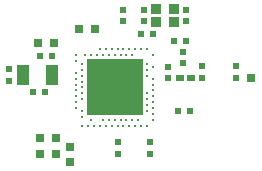
<source format=gtp>
G04*
G04 #@! TF.GenerationSoftware,Altium Limited,Altium Designer,18.0.11 (651)*
G04*
G04 Layer_Color=8421504*
%FSLAX24Y24*%
%MOIN*%
G70*
G01*
G75*
%ADD13R,0.0236X0.0197*%
%ADD14R,0.0197X0.0236*%
%ADD15R,0.0256X0.0197*%
%ADD16R,0.0300X0.0300*%
%ADD17R,0.0315X0.0295*%
%ADD18R,0.0374X0.0335*%
%ADD19R,0.0295X0.0315*%
%ADD20C,0.0118*%
%ADD21R,0.1909X0.1909*%
%ADD22R,0.0394X0.0709*%
D13*
X2520Y-787D02*
D03*
X2126D02*
D03*
X2362Y1545D02*
D03*
X1969D02*
D03*
X876Y1791D02*
D03*
X1270D02*
D03*
X-2096Y1033D02*
D03*
X-2490D02*
D03*
X-2314Y-167D02*
D03*
X-2708D02*
D03*
D14*
X4039Y323D02*
D03*
Y717D02*
D03*
X1792Y699D02*
D03*
Y305D02*
D03*
X2266Y803D02*
D03*
Y1197D02*
D03*
X2916Y717D02*
D03*
Y323D02*
D03*
X1191Y-1821D02*
D03*
Y-2215D02*
D03*
X98Y-1821D02*
D03*
Y-2215D02*
D03*
X2378Y2597D02*
D03*
Y2203D02*
D03*
X978Y2203D02*
D03*
Y2597D02*
D03*
X266Y2205D02*
D03*
Y2598D02*
D03*
X-3515Y217D02*
D03*
Y610D02*
D03*
D15*
X2539Y302D02*
D03*
X2165Y302D02*
D03*
D16*
X4550Y300D02*
D03*
D17*
X-1971Y-2215D02*
D03*
Y-1683D02*
D03*
X-2503Y-2215D02*
D03*
Y-1683D02*
D03*
X-1496Y-2500D02*
D03*
Y-1969D02*
D03*
D18*
X1392Y2173D02*
D03*
Y2626D02*
D03*
X1963D02*
D03*
Y2173D02*
D03*
D19*
X-2549Y1467D02*
D03*
X-2018D02*
D03*
X-1191Y1959D02*
D03*
X-659D02*
D03*
D20*
X886Y1280D02*
D03*
X-492D02*
D03*
X-295D02*
D03*
X-98D02*
D03*
X98D02*
D03*
X295D02*
D03*
X492D02*
D03*
X689D02*
D03*
X1083D02*
D03*
X-1280Y1083D02*
D03*
X-984D02*
D03*
X-787D02*
D03*
X-591D02*
D03*
X-394D02*
D03*
X-197D02*
D03*
X0D02*
D03*
X197D02*
D03*
X394D02*
D03*
X591D02*
D03*
X1280D02*
D03*
X1083Y787D02*
D03*
X-1280Y886D02*
D03*
X-1083Y787D02*
D03*
X1280Y689D02*
D03*
X-1083Y591D02*
D03*
X1083D02*
D03*
X-1280Y492D02*
D03*
X-1083Y394D02*
D03*
X1083D02*
D03*
X-1280Y295D02*
D03*
X1280D02*
D03*
X-1083Y197D02*
D03*
X-1280Y98D02*
D03*
X1280D02*
D03*
X-1083Y0D02*
D03*
X-1280Y-98D02*
D03*
X1280D02*
D03*
X-1083Y-197D02*
D03*
X1083D02*
D03*
X-1280Y-295D02*
D03*
X1280D02*
D03*
X-1083Y-394D02*
D03*
X1083D02*
D03*
X-1280Y-492D02*
D03*
X1280D02*
D03*
X1083Y-591D02*
D03*
X-1280Y-689D02*
D03*
X1280D02*
D03*
X-1083Y-787D02*
D03*
X1083D02*
D03*
X1280Y-886D02*
D03*
X-1083Y-984D02*
D03*
X-787Y-1083D02*
D03*
X-394D02*
D03*
X-197D02*
D03*
X0D02*
D03*
X197D02*
D03*
X394D02*
D03*
X591D02*
D03*
X787D02*
D03*
X1280D02*
D03*
X-1083Y-1280D02*
D03*
X-886D02*
D03*
X-689D02*
D03*
X-492D02*
D03*
X-295D02*
D03*
X-98D02*
D03*
X98D02*
D03*
X295D02*
D03*
X492D02*
D03*
X689D02*
D03*
X886D02*
D03*
X1083D02*
D03*
D21*
X0Y0D02*
D03*
D22*
X-2078Y404D02*
D03*
X-3062D02*
D03*
M02*

</source>
